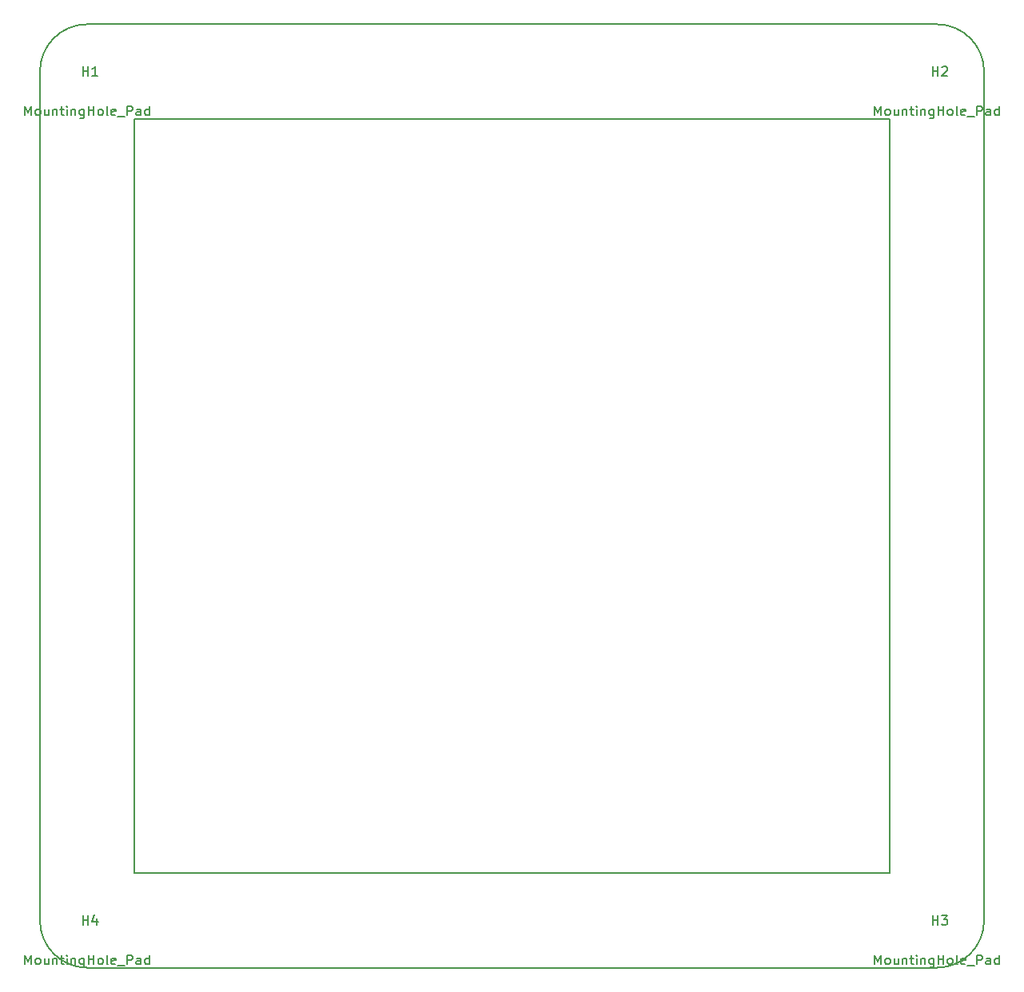
<source format=gbr>
%TF.GenerationSoftware,KiCad,Pcbnew,(5.1.6)-1*%
%TF.CreationDate,2020-12-06T18:47:15+01:00*%
%TF.ProjectId,05_Contour,30355f43-6f6e-4746-9f75-722e6b696361,rev?*%
%TF.SameCoordinates,Original*%
%TF.FileFunction,Other,Fab,Top*%
%FSLAX46Y46*%
G04 Gerber Fmt 4.6, Leading zero omitted, Abs format (unit mm)*
G04 Created by KiCad (PCBNEW (5.1.6)-1) date 2020-12-06 18:47:15*
%MOMM*%
%LPD*%
G01*
G04 APERTURE LIST*
%TA.AperFunction,Profile*%
%ADD10C,0.150000*%
%TD*%
%ADD11C,0.150000*%
G04 APERTURE END LIST*
D10*
X195000000Y-55000000D02*
G75*
G02*
X200000000Y-60000000I0J-5000000D01*
G01*
X200000000Y-150000000D02*
G75*
G02*
X195000000Y-155000000I-5000000J0D01*
G01*
X105000000Y-155000000D02*
G75*
G02*
X100000000Y-150000000I0J5000000D01*
G01*
X100000000Y-60000000D02*
G75*
G02*
X105000000Y-55000000I5000000J0D01*
G01*
X100000000Y-150000000D02*
X100000000Y-60000000D01*
X195000000Y-155000000D02*
X105000000Y-155000000D01*
X200000000Y-60000000D02*
X200000000Y-150000000D01*
X105000000Y-55000000D02*
X195000000Y-55000000D01*
X110000000Y-65000000D02*
X110000000Y-145000000D01*
X190000000Y-145000000D02*
X110000000Y-145000000D01*
X190000000Y-65000000D02*
X190000000Y-145000000D01*
X110000000Y-65000000D02*
X190000000Y-65000000D01*
%TO.C,H1*%
D11*
X98428571Y-64652380D02*
X98428571Y-63652380D01*
X98761904Y-64366666D01*
X99095238Y-63652380D01*
X99095238Y-64652380D01*
X99714285Y-64652380D02*
X99619047Y-64604761D01*
X99571428Y-64557142D01*
X99523809Y-64461904D01*
X99523809Y-64176190D01*
X99571428Y-64080952D01*
X99619047Y-64033333D01*
X99714285Y-63985714D01*
X99857142Y-63985714D01*
X99952380Y-64033333D01*
X100000000Y-64080952D01*
X100047619Y-64176190D01*
X100047619Y-64461904D01*
X100000000Y-64557142D01*
X99952380Y-64604761D01*
X99857142Y-64652380D01*
X99714285Y-64652380D01*
X100904761Y-63985714D02*
X100904761Y-64652380D01*
X100476190Y-63985714D02*
X100476190Y-64509523D01*
X100523809Y-64604761D01*
X100619047Y-64652380D01*
X100761904Y-64652380D01*
X100857142Y-64604761D01*
X100904761Y-64557142D01*
X101380952Y-63985714D02*
X101380952Y-64652380D01*
X101380952Y-64080952D02*
X101428571Y-64033333D01*
X101523809Y-63985714D01*
X101666666Y-63985714D01*
X101761904Y-64033333D01*
X101809523Y-64128571D01*
X101809523Y-64652380D01*
X102142857Y-63985714D02*
X102523809Y-63985714D01*
X102285714Y-63652380D02*
X102285714Y-64509523D01*
X102333333Y-64604761D01*
X102428571Y-64652380D01*
X102523809Y-64652380D01*
X102857142Y-64652380D02*
X102857142Y-63985714D01*
X102857142Y-63652380D02*
X102809523Y-63700000D01*
X102857142Y-63747619D01*
X102904761Y-63700000D01*
X102857142Y-63652380D01*
X102857142Y-63747619D01*
X103333333Y-63985714D02*
X103333333Y-64652380D01*
X103333333Y-64080952D02*
X103380952Y-64033333D01*
X103476190Y-63985714D01*
X103619047Y-63985714D01*
X103714285Y-64033333D01*
X103761904Y-64128571D01*
X103761904Y-64652380D01*
X104666666Y-63985714D02*
X104666666Y-64795238D01*
X104619047Y-64890476D01*
X104571428Y-64938095D01*
X104476190Y-64985714D01*
X104333333Y-64985714D01*
X104238095Y-64938095D01*
X104666666Y-64604761D02*
X104571428Y-64652380D01*
X104380952Y-64652380D01*
X104285714Y-64604761D01*
X104238095Y-64557142D01*
X104190476Y-64461904D01*
X104190476Y-64176190D01*
X104238095Y-64080952D01*
X104285714Y-64033333D01*
X104380952Y-63985714D01*
X104571428Y-63985714D01*
X104666666Y-64033333D01*
X105142857Y-64652380D02*
X105142857Y-63652380D01*
X105142857Y-64128571D02*
X105714285Y-64128571D01*
X105714285Y-64652380D02*
X105714285Y-63652380D01*
X106333333Y-64652380D02*
X106238095Y-64604761D01*
X106190476Y-64557142D01*
X106142857Y-64461904D01*
X106142857Y-64176190D01*
X106190476Y-64080952D01*
X106238095Y-64033333D01*
X106333333Y-63985714D01*
X106476190Y-63985714D01*
X106571428Y-64033333D01*
X106619047Y-64080952D01*
X106666666Y-64176190D01*
X106666666Y-64461904D01*
X106619047Y-64557142D01*
X106571428Y-64604761D01*
X106476190Y-64652380D01*
X106333333Y-64652380D01*
X107238095Y-64652380D02*
X107142857Y-64604761D01*
X107095238Y-64509523D01*
X107095238Y-63652380D01*
X108000000Y-64604761D02*
X107904761Y-64652380D01*
X107714285Y-64652380D01*
X107619047Y-64604761D01*
X107571428Y-64509523D01*
X107571428Y-64128571D01*
X107619047Y-64033333D01*
X107714285Y-63985714D01*
X107904761Y-63985714D01*
X108000000Y-64033333D01*
X108047619Y-64128571D01*
X108047619Y-64223809D01*
X107571428Y-64319047D01*
X108238095Y-64747619D02*
X109000000Y-64747619D01*
X109238095Y-64652380D02*
X109238095Y-63652380D01*
X109619047Y-63652380D01*
X109714285Y-63700000D01*
X109761904Y-63747619D01*
X109809523Y-63842857D01*
X109809523Y-63985714D01*
X109761904Y-64080952D01*
X109714285Y-64128571D01*
X109619047Y-64176190D01*
X109238095Y-64176190D01*
X110666666Y-64652380D02*
X110666666Y-64128571D01*
X110619047Y-64033333D01*
X110523809Y-63985714D01*
X110333333Y-63985714D01*
X110238095Y-64033333D01*
X110666666Y-64604761D02*
X110571428Y-64652380D01*
X110333333Y-64652380D01*
X110238095Y-64604761D01*
X110190476Y-64509523D01*
X110190476Y-64414285D01*
X110238095Y-64319047D01*
X110333333Y-64271428D01*
X110571428Y-64271428D01*
X110666666Y-64223809D01*
X111571428Y-64652380D02*
X111571428Y-63652380D01*
X111571428Y-64604761D02*
X111476190Y-64652380D01*
X111285714Y-64652380D01*
X111190476Y-64604761D01*
X111142857Y-64557142D01*
X111095238Y-64461904D01*
X111095238Y-64176190D01*
X111142857Y-64080952D01*
X111190476Y-64033333D01*
X111285714Y-63985714D01*
X111476190Y-63985714D01*
X111571428Y-64033333D01*
X104538095Y-60452380D02*
X104538095Y-59452380D01*
X104538095Y-59928571D02*
X105109523Y-59928571D01*
X105109523Y-60452380D02*
X105109523Y-59452380D01*
X106109523Y-60452380D02*
X105538095Y-60452380D01*
X105823809Y-60452380D02*
X105823809Y-59452380D01*
X105728571Y-59595238D01*
X105633333Y-59690476D01*
X105538095Y-59738095D01*
%TO.C,H2*%
X188428571Y-64652380D02*
X188428571Y-63652380D01*
X188761904Y-64366666D01*
X189095238Y-63652380D01*
X189095238Y-64652380D01*
X189714285Y-64652380D02*
X189619047Y-64604761D01*
X189571428Y-64557142D01*
X189523809Y-64461904D01*
X189523809Y-64176190D01*
X189571428Y-64080952D01*
X189619047Y-64033333D01*
X189714285Y-63985714D01*
X189857142Y-63985714D01*
X189952380Y-64033333D01*
X190000000Y-64080952D01*
X190047619Y-64176190D01*
X190047619Y-64461904D01*
X190000000Y-64557142D01*
X189952380Y-64604761D01*
X189857142Y-64652380D01*
X189714285Y-64652380D01*
X190904761Y-63985714D02*
X190904761Y-64652380D01*
X190476190Y-63985714D02*
X190476190Y-64509523D01*
X190523809Y-64604761D01*
X190619047Y-64652380D01*
X190761904Y-64652380D01*
X190857142Y-64604761D01*
X190904761Y-64557142D01*
X191380952Y-63985714D02*
X191380952Y-64652380D01*
X191380952Y-64080952D02*
X191428571Y-64033333D01*
X191523809Y-63985714D01*
X191666666Y-63985714D01*
X191761904Y-64033333D01*
X191809523Y-64128571D01*
X191809523Y-64652380D01*
X192142857Y-63985714D02*
X192523809Y-63985714D01*
X192285714Y-63652380D02*
X192285714Y-64509523D01*
X192333333Y-64604761D01*
X192428571Y-64652380D01*
X192523809Y-64652380D01*
X192857142Y-64652380D02*
X192857142Y-63985714D01*
X192857142Y-63652380D02*
X192809523Y-63700000D01*
X192857142Y-63747619D01*
X192904761Y-63700000D01*
X192857142Y-63652380D01*
X192857142Y-63747619D01*
X193333333Y-63985714D02*
X193333333Y-64652380D01*
X193333333Y-64080952D02*
X193380952Y-64033333D01*
X193476190Y-63985714D01*
X193619047Y-63985714D01*
X193714285Y-64033333D01*
X193761904Y-64128571D01*
X193761904Y-64652380D01*
X194666666Y-63985714D02*
X194666666Y-64795238D01*
X194619047Y-64890476D01*
X194571428Y-64938095D01*
X194476190Y-64985714D01*
X194333333Y-64985714D01*
X194238095Y-64938095D01*
X194666666Y-64604761D02*
X194571428Y-64652380D01*
X194380952Y-64652380D01*
X194285714Y-64604761D01*
X194238095Y-64557142D01*
X194190476Y-64461904D01*
X194190476Y-64176190D01*
X194238095Y-64080952D01*
X194285714Y-64033333D01*
X194380952Y-63985714D01*
X194571428Y-63985714D01*
X194666666Y-64033333D01*
X195142857Y-64652380D02*
X195142857Y-63652380D01*
X195142857Y-64128571D02*
X195714285Y-64128571D01*
X195714285Y-64652380D02*
X195714285Y-63652380D01*
X196333333Y-64652380D02*
X196238095Y-64604761D01*
X196190476Y-64557142D01*
X196142857Y-64461904D01*
X196142857Y-64176190D01*
X196190476Y-64080952D01*
X196238095Y-64033333D01*
X196333333Y-63985714D01*
X196476190Y-63985714D01*
X196571428Y-64033333D01*
X196619047Y-64080952D01*
X196666666Y-64176190D01*
X196666666Y-64461904D01*
X196619047Y-64557142D01*
X196571428Y-64604761D01*
X196476190Y-64652380D01*
X196333333Y-64652380D01*
X197238095Y-64652380D02*
X197142857Y-64604761D01*
X197095238Y-64509523D01*
X197095238Y-63652380D01*
X198000000Y-64604761D02*
X197904761Y-64652380D01*
X197714285Y-64652380D01*
X197619047Y-64604761D01*
X197571428Y-64509523D01*
X197571428Y-64128571D01*
X197619047Y-64033333D01*
X197714285Y-63985714D01*
X197904761Y-63985714D01*
X198000000Y-64033333D01*
X198047619Y-64128571D01*
X198047619Y-64223809D01*
X197571428Y-64319047D01*
X198238095Y-64747619D02*
X199000000Y-64747619D01*
X199238095Y-64652380D02*
X199238095Y-63652380D01*
X199619047Y-63652380D01*
X199714285Y-63700000D01*
X199761904Y-63747619D01*
X199809523Y-63842857D01*
X199809523Y-63985714D01*
X199761904Y-64080952D01*
X199714285Y-64128571D01*
X199619047Y-64176190D01*
X199238095Y-64176190D01*
X200666666Y-64652380D02*
X200666666Y-64128571D01*
X200619047Y-64033333D01*
X200523809Y-63985714D01*
X200333333Y-63985714D01*
X200238095Y-64033333D01*
X200666666Y-64604761D02*
X200571428Y-64652380D01*
X200333333Y-64652380D01*
X200238095Y-64604761D01*
X200190476Y-64509523D01*
X200190476Y-64414285D01*
X200238095Y-64319047D01*
X200333333Y-64271428D01*
X200571428Y-64271428D01*
X200666666Y-64223809D01*
X201571428Y-64652380D02*
X201571428Y-63652380D01*
X201571428Y-64604761D02*
X201476190Y-64652380D01*
X201285714Y-64652380D01*
X201190476Y-64604761D01*
X201142857Y-64557142D01*
X201095238Y-64461904D01*
X201095238Y-64176190D01*
X201142857Y-64080952D01*
X201190476Y-64033333D01*
X201285714Y-63985714D01*
X201476190Y-63985714D01*
X201571428Y-64033333D01*
X194538095Y-60452380D02*
X194538095Y-59452380D01*
X194538095Y-59928571D02*
X195109523Y-59928571D01*
X195109523Y-60452380D02*
X195109523Y-59452380D01*
X195538095Y-59547619D02*
X195585714Y-59500000D01*
X195680952Y-59452380D01*
X195919047Y-59452380D01*
X196014285Y-59500000D01*
X196061904Y-59547619D01*
X196109523Y-59642857D01*
X196109523Y-59738095D01*
X196061904Y-59880952D01*
X195490476Y-60452380D01*
X196109523Y-60452380D01*
%TO.C,H3*%
X188428571Y-154652380D02*
X188428571Y-153652380D01*
X188761904Y-154366666D01*
X189095238Y-153652380D01*
X189095238Y-154652380D01*
X189714285Y-154652380D02*
X189619047Y-154604761D01*
X189571428Y-154557142D01*
X189523809Y-154461904D01*
X189523809Y-154176190D01*
X189571428Y-154080952D01*
X189619047Y-154033333D01*
X189714285Y-153985714D01*
X189857142Y-153985714D01*
X189952380Y-154033333D01*
X190000000Y-154080952D01*
X190047619Y-154176190D01*
X190047619Y-154461904D01*
X190000000Y-154557142D01*
X189952380Y-154604761D01*
X189857142Y-154652380D01*
X189714285Y-154652380D01*
X190904761Y-153985714D02*
X190904761Y-154652380D01*
X190476190Y-153985714D02*
X190476190Y-154509523D01*
X190523809Y-154604761D01*
X190619047Y-154652380D01*
X190761904Y-154652380D01*
X190857142Y-154604761D01*
X190904761Y-154557142D01*
X191380952Y-153985714D02*
X191380952Y-154652380D01*
X191380952Y-154080952D02*
X191428571Y-154033333D01*
X191523809Y-153985714D01*
X191666666Y-153985714D01*
X191761904Y-154033333D01*
X191809523Y-154128571D01*
X191809523Y-154652380D01*
X192142857Y-153985714D02*
X192523809Y-153985714D01*
X192285714Y-153652380D02*
X192285714Y-154509523D01*
X192333333Y-154604761D01*
X192428571Y-154652380D01*
X192523809Y-154652380D01*
X192857142Y-154652380D02*
X192857142Y-153985714D01*
X192857142Y-153652380D02*
X192809523Y-153700000D01*
X192857142Y-153747619D01*
X192904761Y-153700000D01*
X192857142Y-153652380D01*
X192857142Y-153747619D01*
X193333333Y-153985714D02*
X193333333Y-154652380D01*
X193333333Y-154080952D02*
X193380952Y-154033333D01*
X193476190Y-153985714D01*
X193619047Y-153985714D01*
X193714285Y-154033333D01*
X193761904Y-154128571D01*
X193761904Y-154652380D01*
X194666666Y-153985714D02*
X194666666Y-154795238D01*
X194619047Y-154890476D01*
X194571428Y-154938095D01*
X194476190Y-154985714D01*
X194333333Y-154985714D01*
X194238095Y-154938095D01*
X194666666Y-154604761D02*
X194571428Y-154652380D01*
X194380952Y-154652380D01*
X194285714Y-154604761D01*
X194238095Y-154557142D01*
X194190476Y-154461904D01*
X194190476Y-154176190D01*
X194238095Y-154080952D01*
X194285714Y-154033333D01*
X194380952Y-153985714D01*
X194571428Y-153985714D01*
X194666666Y-154033333D01*
X195142857Y-154652380D02*
X195142857Y-153652380D01*
X195142857Y-154128571D02*
X195714285Y-154128571D01*
X195714285Y-154652380D02*
X195714285Y-153652380D01*
X196333333Y-154652380D02*
X196238095Y-154604761D01*
X196190476Y-154557142D01*
X196142857Y-154461904D01*
X196142857Y-154176190D01*
X196190476Y-154080952D01*
X196238095Y-154033333D01*
X196333333Y-153985714D01*
X196476190Y-153985714D01*
X196571428Y-154033333D01*
X196619047Y-154080952D01*
X196666666Y-154176190D01*
X196666666Y-154461904D01*
X196619047Y-154557142D01*
X196571428Y-154604761D01*
X196476190Y-154652380D01*
X196333333Y-154652380D01*
X197238095Y-154652380D02*
X197142857Y-154604761D01*
X197095238Y-154509523D01*
X197095238Y-153652380D01*
X198000000Y-154604761D02*
X197904761Y-154652380D01*
X197714285Y-154652380D01*
X197619047Y-154604761D01*
X197571428Y-154509523D01*
X197571428Y-154128571D01*
X197619047Y-154033333D01*
X197714285Y-153985714D01*
X197904761Y-153985714D01*
X198000000Y-154033333D01*
X198047619Y-154128571D01*
X198047619Y-154223809D01*
X197571428Y-154319047D01*
X198238095Y-154747619D02*
X199000000Y-154747619D01*
X199238095Y-154652380D02*
X199238095Y-153652380D01*
X199619047Y-153652380D01*
X199714285Y-153700000D01*
X199761904Y-153747619D01*
X199809523Y-153842857D01*
X199809523Y-153985714D01*
X199761904Y-154080952D01*
X199714285Y-154128571D01*
X199619047Y-154176190D01*
X199238095Y-154176190D01*
X200666666Y-154652380D02*
X200666666Y-154128571D01*
X200619047Y-154033333D01*
X200523809Y-153985714D01*
X200333333Y-153985714D01*
X200238095Y-154033333D01*
X200666666Y-154604761D02*
X200571428Y-154652380D01*
X200333333Y-154652380D01*
X200238095Y-154604761D01*
X200190476Y-154509523D01*
X200190476Y-154414285D01*
X200238095Y-154319047D01*
X200333333Y-154271428D01*
X200571428Y-154271428D01*
X200666666Y-154223809D01*
X201571428Y-154652380D02*
X201571428Y-153652380D01*
X201571428Y-154604761D02*
X201476190Y-154652380D01*
X201285714Y-154652380D01*
X201190476Y-154604761D01*
X201142857Y-154557142D01*
X201095238Y-154461904D01*
X201095238Y-154176190D01*
X201142857Y-154080952D01*
X201190476Y-154033333D01*
X201285714Y-153985714D01*
X201476190Y-153985714D01*
X201571428Y-154033333D01*
X194538095Y-150452380D02*
X194538095Y-149452380D01*
X194538095Y-149928571D02*
X195109523Y-149928571D01*
X195109523Y-150452380D02*
X195109523Y-149452380D01*
X195490476Y-149452380D02*
X196109523Y-149452380D01*
X195776190Y-149833333D01*
X195919047Y-149833333D01*
X196014285Y-149880952D01*
X196061904Y-149928571D01*
X196109523Y-150023809D01*
X196109523Y-150261904D01*
X196061904Y-150357142D01*
X196014285Y-150404761D01*
X195919047Y-150452380D01*
X195633333Y-150452380D01*
X195538095Y-150404761D01*
X195490476Y-150357142D01*
%TO.C,H4*%
X98428571Y-154652380D02*
X98428571Y-153652380D01*
X98761904Y-154366666D01*
X99095238Y-153652380D01*
X99095238Y-154652380D01*
X99714285Y-154652380D02*
X99619047Y-154604761D01*
X99571428Y-154557142D01*
X99523809Y-154461904D01*
X99523809Y-154176190D01*
X99571428Y-154080952D01*
X99619047Y-154033333D01*
X99714285Y-153985714D01*
X99857142Y-153985714D01*
X99952380Y-154033333D01*
X100000000Y-154080952D01*
X100047619Y-154176190D01*
X100047619Y-154461904D01*
X100000000Y-154557142D01*
X99952380Y-154604761D01*
X99857142Y-154652380D01*
X99714285Y-154652380D01*
X100904761Y-153985714D02*
X100904761Y-154652380D01*
X100476190Y-153985714D02*
X100476190Y-154509523D01*
X100523809Y-154604761D01*
X100619047Y-154652380D01*
X100761904Y-154652380D01*
X100857142Y-154604761D01*
X100904761Y-154557142D01*
X101380952Y-153985714D02*
X101380952Y-154652380D01*
X101380952Y-154080952D02*
X101428571Y-154033333D01*
X101523809Y-153985714D01*
X101666666Y-153985714D01*
X101761904Y-154033333D01*
X101809523Y-154128571D01*
X101809523Y-154652380D01*
X102142857Y-153985714D02*
X102523809Y-153985714D01*
X102285714Y-153652380D02*
X102285714Y-154509523D01*
X102333333Y-154604761D01*
X102428571Y-154652380D01*
X102523809Y-154652380D01*
X102857142Y-154652380D02*
X102857142Y-153985714D01*
X102857142Y-153652380D02*
X102809523Y-153700000D01*
X102857142Y-153747619D01*
X102904761Y-153700000D01*
X102857142Y-153652380D01*
X102857142Y-153747619D01*
X103333333Y-153985714D02*
X103333333Y-154652380D01*
X103333333Y-154080952D02*
X103380952Y-154033333D01*
X103476190Y-153985714D01*
X103619047Y-153985714D01*
X103714285Y-154033333D01*
X103761904Y-154128571D01*
X103761904Y-154652380D01*
X104666666Y-153985714D02*
X104666666Y-154795238D01*
X104619047Y-154890476D01*
X104571428Y-154938095D01*
X104476190Y-154985714D01*
X104333333Y-154985714D01*
X104238095Y-154938095D01*
X104666666Y-154604761D02*
X104571428Y-154652380D01*
X104380952Y-154652380D01*
X104285714Y-154604761D01*
X104238095Y-154557142D01*
X104190476Y-154461904D01*
X104190476Y-154176190D01*
X104238095Y-154080952D01*
X104285714Y-154033333D01*
X104380952Y-153985714D01*
X104571428Y-153985714D01*
X104666666Y-154033333D01*
X105142857Y-154652380D02*
X105142857Y-153652380D01*
X105142857Y-154128571D02*
X105714285Y-154128571D01*
X105714285Y-154652380D02*
X105714285Y-153652380D01*
X106333333Y-154652380D02*
X106238095Y-154604761D01*
X106190476Y-154557142D01*
X106142857Y-154461904D01*
X106142857Y-154176190D01*
X106190476Y-154080952D01*
X106238095Y-154033333D01*
X106333333Y-153985714D01*
X106476190Y-153985714D01*
X106571428Y-154033333D01*
X106619047Y-154080952D01*
X106666666Y-154176190D01*
X106666666Y-154461904D01*
X106619047Y-154557142D01*
X106571428Y-154604761D01*
X106476190Y-154652380D01*
X106333333Y-154652380D01*
X107238095Y-154652380D02*
X107142857Y-154604761D01*
X107095238Y-154509523D01*
X107095238Y-153652380D01*
X108000000Y-154604761D02*
X107904761Y-154652380D01*
X107714285Y-154652380D01*
X107619047Y-154604761D01*
X107571428Y-154509523D01*
X107571428Y-154128571D01*
X107619047Y-154033333D01*
X107714285Y-153985714D01*
X107904761Y-153985714D01*
X108000000Y-154033333D01*
X108047619Y-154128571D01*
X108047619Y-154223809D01*
X107571428Y-154319047D01*
X108238095Y-154747619D02*
X109000000Y-154747619D01*
X109238095Y-154652380D02*
X109238095Y-153652380D01*
X109619047Y-153652380D01*
X109714285Y-153700000D01*
X109761904Y-153747619D01*
X109809523Y-153842857D01*
X109809523Y-153985714D01*
X109761904Y-154080952D01*
X109714285Y-154128571D01*
X109619047Y-154176190D01*
X109238095Y-154176190D01*
X110666666Y-154652380D02*
X110666666Y-154128571D01*
X110619047Y-154033333D01*
X110523809Y-153985714D01*
X110333333Y-153985714D01*
X110238095Y-154033333D01*
X110666666Y-154604761D02*
X110571428Y-154652380D01*
X110333333Y-154652380D01*
X110238095Y-154604761D01*
X110190476Y-154509523D01*
X110190476Y-154414285D01*
X110238095Y-154319047D01*
X110333333Y-154271428D01*
X110571428Y-154271428D01*
X110666666Y-154223809D01*
X111571428Y-154652380D02*
X111571428Y-153652380D01*
X111571428Y-154604761D02*
X111476190Y-154652380D01*
X111285714Y-154652380D01*
X111190476Y-154604761D01*
X111142857Y-154557142D01*
X111095238Y-154461904D01*
X111095238Y-154176190D01*
X111142857Y-154080952D01*
X111190476Y-154033333D01*
X111285714Y-153985714D01*
X111476190Y-153985714D01*
X111571428Y-154033333D01*
X104538095Y-150452380D02*
X104538095Y-149452380D01*
X104538095Y-149928571D02*
X105109523Y-149928571D01*
X105109523Y-150452380D02*
X105109523Y-149452380D01*
X106014285Y-149785714D02*
X106014285Y-150452380D01*
X105776190Y-149404761D02*
X105538095Y-150119047D01*
X106157142Y-150119047D01*
%TD*%
M02*

</source>
